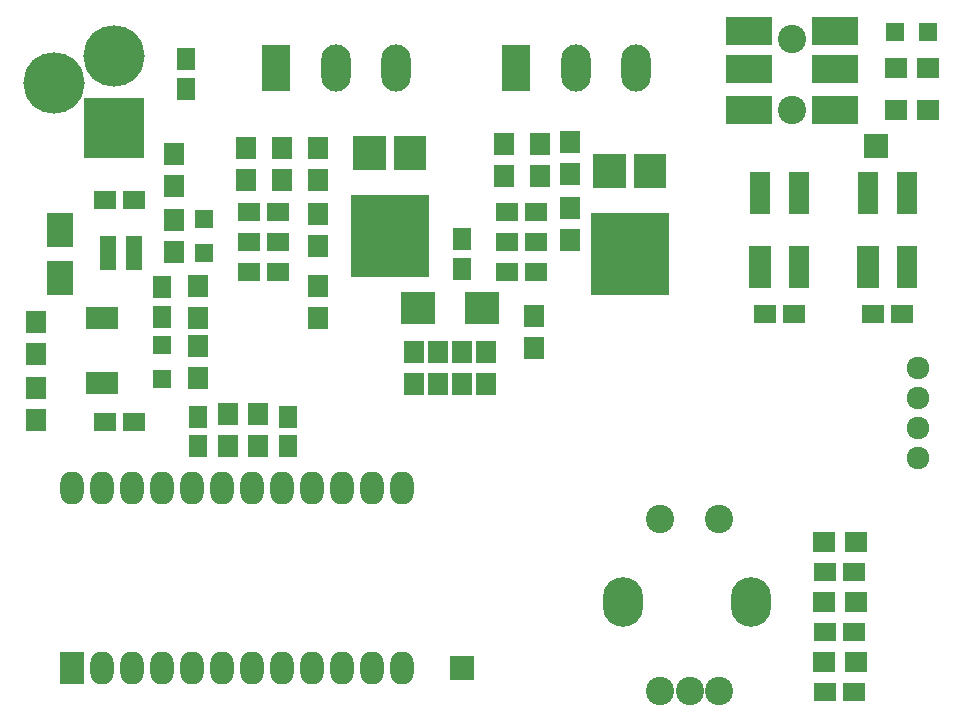
<source format=gbr>
G04 #@! TF.FileFunction,Soldermask,Top*
%FSLAX46Y46*%
G04 Gerber Fmt 4.6, Leading zero omitted, Abs format (unit mm)*
G04 Created by KiCad (PCBNEW 4.0.7) date 07/05/18 11:54:09*
%MOMM*%
%LPD*%
G01*
G04 APERTURE LIST*
%ADD10C,0.100000*%
%ADD11R,1.900000X1.650000*%
%ADD12R,1.650000X1.900000*%
%ADD13R,1.900000X3.600000*%
%ADD14R,1.800000X3.600000*%
%ADD15R,1.700000X1.900000*%
%ADD16R,3.900000X2.400000*%
%ADD17C,2.400000*%
%ADD18R,2.480000X4.000000*%
%ADD19O,2.480000X4.000000*%
%ADD20C,5.200000*%
%ADD21R,5.200000X5.200000*%
%ADD22R,2.800000X1.900000*%
%ADD23R,1.900000X1.700000*%
%ADD24O,3.400000X4.200000*%
%ADD25R,2.000000X2.800000*%
%ADD26O,2.000000X2.800000*%
%ADD27R,1.050000X2.900000*%
%ADD28R,6.700000X7.000000*%
%ADD29R,2.850000X0.700000*%
%ADD30R,1.460000X1.050000*%
%ADD31R,2.200000X2.900000*%
%ADD32R,1.500000X1.500000*%
%ADD33R,2.100000X2.100000*%
%ADD34C,1.924000*%
G04 APERTURE END LIST*
D10*
D11*
X143022000Y-78232000D03*
X145522000Y-78232000D03*
D12*
X89916000Y-67564000D03*
X89916000Y-65064000D03*
X97536000Y-67564000D03*
X97536000Y-65064000D03*
D11*
X143022000Y-83312000D03*
X145522000Y-83312000D03*
D12*
X88900000Y-37318000D03*
X88900000Y-34818000D03*
D11*
X147086000Y-56388000D03*
X149586000Y-56388000D03*
X143022000Y-88392000D03*
X145522000Y-88392000D03*
X137942000Y-56388000D03*
X140442000Y-56388000D03*
X82062000Y-46736000D03*
X84562000Y-46736000D03*
X118598000Y-50292000D03*
X116098000Y-50292000D03*
X96754000Y-50292000D03*
X94254000Y-50292000D03*
X118598000Y-52832000D03*
X116098000Y-52832000D03*
X96754000Y-52832000D03*
X94254000Y-52832000D03*
X118598000Y-47752000D03*
X116098000Y-47752000D03*
X96754000Y-47752000D03*
X94254000Y-47752000D03*
D12*
X86868000Y-54122000D03*
X86868000Y-56622000D03*
D11*
X82062000Y-65532000D03*
X84562000Y-65532000D03*
D13*
X137542000Y-52376000D03*
D14*
X137542000Y-46176000D03*
X140842000Y-46176000D03*
X140842000Y-52376000D03*
D13*
X146686000Y-52376000D03*
D14*
X146686000Y-46176000D03*
X149986000Y-46176000D03*
X149986000Y-52376000D03*
D15*
X76200000Y-57070000D03*
X76200000Y-59770000D03*
D16*
X143858000Y-39116000D03*
X136558000Y-39116000D03*
X136558000Y-32416000D03*
X143858000Y-32416000D03*
X143858000Y-35616000D03*
X136558000Y-35616000D03*
D17*
X140208000Y-39116000D03*
X140208000Y-33116000D03*
D18*
X116840000Y-35560000D03*
D19*
X121920000Y-35560000D03*
X127000000Y-35560000D03*
D18*
X96520000Y-35560000D03*
D19*
X101600000Y-35560000D03*
X106680000Y-35560000D03*
D20*
X82804000Y-34544000D03*
D21*
X82804000Y-40644000D03*
D20*
X77724000Y-36834000D03*
D22*
X81788000Y-56686000D03*
X81788000Y-62186000D03*
D15*
X92456000Y-67564000D03*
X92456000Y-64864000D03*
X94996000Y-67564000D03*
X94996000Y-64864000D03*
X121412000Y-44530000D03*
X121412000Y-41830000D03*
X100076000Y-45038000D03*
X100076000Y-42338000D03*
X121412000Y-50118000D03*
X121412000Y-47418000D03*
X100076000Y-50626000D03*
X100076000Y-47926000D03*
X114300000Y-59610000D03*
X114300000Y-62310000D03*
X108204000Y-59610000D03*
X108204000Y-62310000D03*
D23*
X149018000Y-39116000D03*
X151718000Y-39116000D03*
X149018000Y-35560000D03*
X151718000Y-35560000D03*
D15*
X110236000Y-59610000D03*
X110236000Y-62310000D03*
X112268000Y-59610000D03*
X112268000Y-62310000D03*
X118364000Y-59262000D03*
X118364000Y-56562000D03*
X100076000Y-56722000D03*
X100076000Y-54022000D03*
D23*
X145622000Y-75692000D03*
X142922000Y-75692000D03*
X145622000Y-80772000D03*
X142922000Y-80772000D03*
X145622000Y-85852000D03*
X142922000Y-85852000D03*
D15*
X118872000Y-42004000D03*
X118872000Y-44704000D03*
X115824000Y-42004000D03*
X115824000Y-44704000D03*
X97028000Y-42338000D03*
X97028000Y-45038000D03*
X93980000Y-42338000D03*
X93980000Y-45038000D03*
X89916000Y-61802000D03*
X89916000Y-59102000D03*
X89916000Y-56722000D03*
X89916000Y-54022000D03*
X87884000Y-42846000D03*
X87884000Y-45546000D03*
X87884000Y-48434000D03*
X87884000Y-51134000D03*
X76200000Y-65358000D03*
X76200000Y-62658000D03*
D17*
X129072000Y-88272000D03*
X131572000Y-88272000D03*
X134072000Y-88272000D03*
X134072000Y-73772000D03*
X129072000Y-73772000D03*
D24*
X125972000Y-80772000D03*
X136772000Y-80772000D03*
D25*
X79248000Y-86360000D03*
D26*
X107188000Y-71120000D03*
X81788000Y-86360000D03*
X104648000Y-71120000D03*
X84328000Y-86360000D03*
X102108000Y-71120000D03*
X86868000Y-86360000D03*
X99568000Y-71120000D03*
X89408000Y-86360000D03*
X97028000Y-71120000D03*
X91948000Y-86360000D03*
X94488000Y-71120000D03*
X94488000Y-86360000D03*
X91948000Y-71120000D03*
X97028000Y-86360000D03*
X89408000Y-71120000D03*
X99568000Y-86360000D03*
X86868000Y-71120000D03*
X102108000Y-86360000D03*
X84328000Y-71120000D03*
X104648000Y-86360000D03*
X81788000Y-71120000D03*
X107188000Y-86360000D03*
X79248000Y-71120000D03*
D27*
X129042000Y-44238000D03*
X128192000Y-44238000D03*
X127342000Y-44238000D03*
D28*
X126492000Y-51308000D03*
D27*
X125642000Y-44238000D03*
X124792000Y-44238000D03*
X123942000Y-44238000D03*
X108722000Y-42714000D03*
X107872000Y-42714000D03*
X107022000Y-42714000D03*
D28*
X106172000Y-49784000D03*
D27*
X105322000Y-42714000D03*
X104472000Y-42714000D03*
X103622000Y-42714000D03*
D29*
X113952000Y-56880000D03*
X113952000Y-56380000D03*
X113952000Y-55880000D03*
X113952000Y-55380000D03*
X113952000Y-54880000D03*
X108552000Y-54880000D03*
X108552000Y-55380000D03*
X108552000Y-55880000D03*
X108552000Y-56380000D03*
X108552000Y-56880000D03*
D30*
X84496000Y-52192000D03*
X84496000Y-51242000D03*
X84496000Y-50292000D03*
X82296000Y-50292000D03*
X82296000Y-52192000D03*
X82296000Y-51242000D03*
D31*
X78232000Y-53308000D03*
X78232000Y-49308000D03*
D32*
X86868000Y-59052000D03*
X86868000Y-61852000D03*
X151768000Y-32512000D03*
X148968000Y-32512000D03*
X90424000Y-48384000D03*
X90424000Y-51184000D03*
D12*
X112268000Y-52558000D03*
X112268000Y-50058000D03*
D33*
X112268000Y-86360000D03*
X147320000Y-42164000D03*
D34*
X150876000Y-60960000D03*
X150876000Y-63500000D03*
X150876000Y-66040000D03*
X150876000Y-68580000D03*
M02*

</source>
